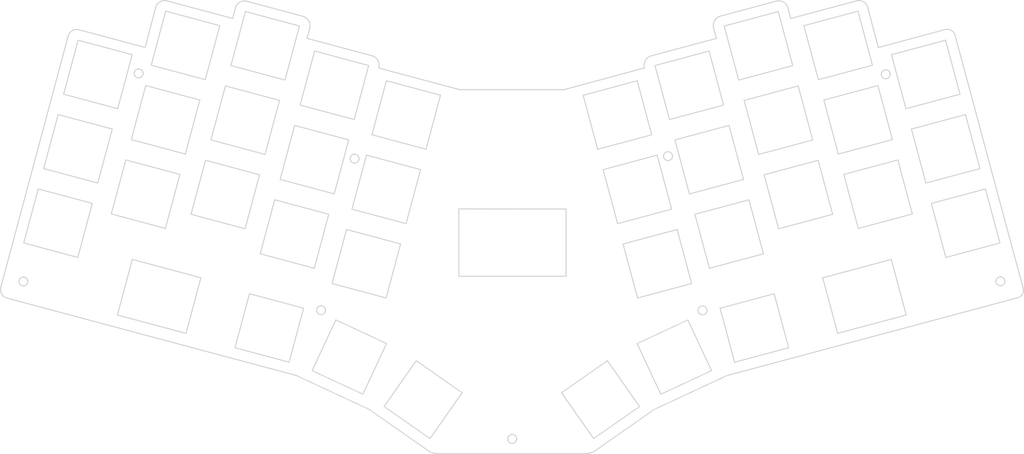
<source format=kicad_pcb>
(kicad_pcb (version 20171130) (host pcbnew "(5.1.10)-1")

  (general
    (thickness 1.6)
    (drawings 270)
    (tracks 0)
    (zones 0)
    (modules 0)
    (nets 1)
  )

  (page A4)
  (layers
    (0 F.Cu signal)
    (31 B.Cu signal)
    (32 B.Adhes user)
    (33 F.Adhes user)
    (34 B.Paste user)
    (35 F.Paste user)
    (36 B.SilkS user)
    (37 F.SilkS user)
    (38 B.Mask user)
    (39 F.Mask user)
    (40 Dwgs.User user)
    (41 Cmts.User user)
    (42 Eco1.User user)
    (43 Eco2.User user)
    (44 Edge.Cuts user)
    (45 Margin user)
    (46 B.CrtYd user)
    (47 F.CrtYd user)
    (48 B.Fab user)
    (49 F.Fab user)
  )

  (setup
    (last_trace_width 0.254)
    (trace_clearance 0.2)
    (zone_clearance 0.508)
    (zone_45_only no)
    (trace_min 0.2)
    (via_size 0.8)
    (via_drill 0.4)
    (via_min_size 0.4)
    (via_min_drill 0.3)
    (uvia_size 0.3)
    (uvia_drill 0.1)
    (uvias_allowed no)
    (uvia_min_size 0.2)
    (uvia_min_drill 0.1)
    (edge_width 0.05)
    (segment_width 0.2)
    (pcb_text_width 0.3)
    (pcb_text_size 1.5 1.5)
    (mod_edge_width 0.12)
    (mod_text_size 1 1)
    (mod_text_width 0.15)
    (pad_size 1.524 1.524)
    (pad_drill 0.762)
    (pad_to_mask_clearance 0)
    (aux_axis_origin 0 0)
    (visible_elements 7FFFFFFF)
    (pcbplotparams
      (layerselection 0x010fc_ffffffff)
      (usegerberextensions false)
      (usegerberattributes true)
      (usegerberadvancedattributes true)
      (creategerberjobfile true)
      (excludeedgelayer true)
      (linewidth 0.100000)
      (plotframeref false)
      (viasonmask false)
      (mode 1)
      (useauxorigin false)
      (hpglpennumber 1)
      (hpglpenspeed 20)
      (hpglpendiameter 15.000000)
      (psnegative false)
      (psa4output false)
      (plotreference true)
      (plotvalue true)
      (plotinvisibletext false)
      (padsonsilk false)
      (subtractmaskfromsilk false)
      (outputformat 1)
      (mirror false)
      (drillshape 0)
      (scaleselection 1)
      (outputdirectory "gerbers/"))
  )

  (net 0 "")

  (net_class Default "This is the default net class."
    (clearance 0.2)
    (trace_width 0.254)
    (via_dia 0.8)
    (via_drill 0.4)
    (uvia_dia 0.3)
    (uvia_drill 0.1)
  )

  (net_class Power ""
    (clearance 0.2)
    (trace_width 0.381)
    (via_dia 0.8)
    (via_drill 0.4)
    (uvia_dia 0.3)
    (uvia_drill 0.1)
  )

  (gr_curve (pts (xy 97.016244 47.692888) (xy 97.656059 47.8643) (xy 98.200765 48.284444) (xy 98.529049 48.859749)) (layer Edge.Cuts) (width 0.25))
  (gr_curve (pts (xy 39.242242 52.563261) (xy 39.550625 51.412765) (xy 40.733214 50.730036) (xy 41.883748 51.038275)) (layer Edge.Cuts) (width 0.25))
  (gr_line (start 183.011947 57.458653) (end 199.045903 53.16242) (layer Edge.Cuts) (width 0.25))
  (gr_line (start 24.93652 105.979183) (end 36.206497 63.88884) (layer Edge.Cuts) (width 0.25))
  (gr_line (start 271.9439 104.826023) (end 274.664418 114.803376) (layer Edge.Cuts) (width 0.25))
  (gr_curve (pts (xy 233.629234 43.896177) (xy 234.191317 43.74557) (xy 234.790236 43.825016) (xy 235.293615 44.116956)) (layer Edge.Cuts) (width 0.25))
  (gr_curve (pts (xy 213.794331 43.982246) (xy 214.398245 43.82043) (xy 215.041761 43.906228) (xy 215.582183 44.220616)) (layer Edge.Cuts) (width 0.25))
  (gr_curve (pts (xy 115.580474 58.606352) (xy 115.904121 59.180161) (xy 115.983219 59.860078) (xy 115.79994 60.49286)) (layer Edge.Cuts) (width 0.25))
  (gr_line (start 79.79036 48.25514) (end 80.461207 45.644316) (layer Edge.Cuts) (width 0.25))
  (gr_curve (pts (xy 80.461207 45.644316) (xy 80.612833 45.054213) (xy 80.994141 44.549249) (xy 81.520205 44.241892)) (layer Edge.Cuts) (width 0.25))
  (gr_line (start 201.621465 136.380443) (end 183.704303 144.737043) (layer Edge.Cuts) (width 0.25))
  (gr_line (start 217.351685 48.25768) (end 233.629234 43.896177) (layer Edge.Cuts) (width 0.25))
  (gr_line (start 183.704303 144.737043) (end 169.319378 154.809298) (layer Edge.Cuts) (width 0.25))
  (gr_curve (pts (xy 273.305086 117.175993) (xy 264.099795 119.642084) (xy 223.209801 130.596814) (xy 201.621465 136.380443)) (layer Edge.Cuts) (width 0.25))
  (gr_line (start 36.206497 63.88884) (end 39.242242 52.563261) (layer Edge.Cuts) (width 0.25))
  (gr_line (start 95.51804 136.377799) (end 24.177835 117.269973) (layer Edge.Cuts) (width 0.25))
  (gr_curve (pts (xy 255.383339 51.006704) (xy 256.463825 50.717187) (xy 257.574647 51.357452) (xy 257.865721 52.43752)) (layer Edge.Cuts) (width 0.25))
  (gr_line (start 127.820193 154.806563) (end 113.43774 144.734399) (layer Edge.Cuts) (width 0.25))
  (gr_line (start 236.311792 45.451954) (end 238.939137 55.41286) (layer Edge.Cuts) (width 0.25))
  (gr_curve (pts (xy 61.86104 44.136158) (xy 62.378283 43.836178) (xy 62.9937 43.754544) (xy 63.571264 43.909299)) (layer Edge.Cuts) (width 0.25))
  (gr_line (start 83.261915 44.007981) (end 97.016244 47.692888) (layer Edge.Cuts) (width 0.25))
  (gr_line (start 199.045903 53.16242) (end 198.350997 50.694794) (layer Edge.Cuts) (width 0.25))
  (gr_curve (pts (xy 114.079517 57.442649) (xy 114.715865 57.613133) (xy 115.256826 58.032544) (xy 115.580474 58.606352)) (layer Edge.Cuts) (width 0.25))
  (gr_line (start 200.079147 47.657172) (end 213.794331 43.982246) (layer Edge.Cuts) (width 0.25))
  (gr_line (start 115.79994 60.49286) (end 135.667823 65.81416) (layer Edge.Cuts) (width 0.25))
  (gr_line (start 261.288599 65.13852) (end 271.9439 104.826023) (layer Edge.Cuts) (width 0.25))
  (gr_curve (pts (xy 130.53132 155.66158) (xy 129.561287 155.661515) (xy 128.61476 155.363005) (xy 127.820193 154.806563)) (layer Edge.Cuts) (width 0.25))
  (gr_line (start 98.0936 53.15988) (end 114.079517 57.442649) (layer Edge.Cuts) (width 0.25))
  (gr_line (start 63.571264 43.909299) (end 79.79036 48.25514) (layer Edge.Cuts) (width 0.25))
  (gr_line (start 41.883748 51.038275) (end 58.2029 55.41032) (layer Edge.Cuts) (width 0.25))
  (gr_line (start 113.43774 144.734399) (end 95.51804 136.377799) (layer Edge.Cuts) (width 0.25))
  (gr_curve (pts (xy 24.177835 117.269973) (xy 23.61653 117.119632) (xy 23.137955 116.752436) (xy 22.847425 116.249189)) (layer Edge.Cuts) (width 0.25))
  (gr_curve (pts (xy 198.350997 50.694794) (xy 198.172991 50.062694) (xy 198.255575 49.385632) (xy 198.580301 48.814852)) (layer Edge.Cuts) (width 0.25))
  (gr_curve (pts (xy 235.293615 44.116956) (xy 235.796994 44.408894) (xy 236.16338 44.889289) (xy 236.311792 45.451954)) (layer Edge.Cuts) (width 0.25))
  (gr_curve (pts (xy 169.319378 154.809298) (xy 168.524772 155.365678) (xy 167.578214 155.664087) (xy 166.608185 155.664021)) (layer Edge.Cuts) (width 0.25))
  (gr_line (start 98.76401 50.755782) (end 98.0936 53.15988) (layer Edge.Cuts) (width 0.25))
  (gr_curve (pts (xy 98.529049 48.859749) (xy 98.857333 49.435055) (xy 98.941934 50.117746) (xy 98.76401 50.755782)) (layer Edge.Cuts) (width 0.25))
  (gr_curve (pts (xy 81.520205 44.241892) (xy 82.046269 43.934536) (xy 82.673398 43.850312) (xy 83.261915 44.007981)) (layer Edge.Cuts) (width 0.25))
  (gr_curve (pts (xy 60.814818 45.507927) (xy 60.967318 44.929764) (xy 61.343796 44.436139) (xy 61.86104 44.136158)) (layer Edge.Cuts) (width 0.25))
  (gr_line (start 22.628701 114.586615) (end 24.93652 105.979183) (layer Edge.Cuts) (width 0.25))
  (gr_line (start 166.608185 155.664021) (end 130.53132 155.66158) (layer Edge.Cuts) (width 0.25))
  (gr_line (start 216.673119 45.656964) (end 217.351685 48.25768) (layer Edge.Cuts) (width 0.25))
  (gr_line (start 58.2029 55.41032) (end 60.814818 45.507927) (layer Edge.Cuts) (width 0.25))
  (gr_line (start 257.865721 52.43752) (end 261.288599 65.13852) (layer Edge.Cuts) (width 0.25))
  (gr_curve (pts (xy 22.847425 116.249189) (xy 22.556894 115.745942) (xy 22.478215 115.147881) (xy 22.628701 114.586615)) (layer Edge.Cuts) (width 0.25))
  (gr_curve (pts (xy 274.664418 114.803376) (xy 274.946282 115.837113) (xy 274.337672 116.899359) (xy 273.305086 117.175993)) (layer Edge.Cuts) (width 0.25))
  (gr_curve (pts (xy 215.582183 44.220616) (xy 216.122606 44.535004) (xy 216.515275 45.052) (xy 216.673119 45.656964)) (layer Edge.Cuts) (width 0.25))
  (gr_curve (pts (xy 198.580301 48.814852) (xy 198.905026 48.244072) (xy 199.444836 47.827133) (xy 200.079147 47.657172)) (layer Edge.Cuts) (width 0.25))
  (gr_line (start 238.939137 55.41286) (end 255.383339 51.006704) (layer Edge.Cuts) (width 0.25))
  (gr_line (start 187.095716 81.135989) (end 187.095716 81.135989) (layer Edge.Cuts) (width 0.25))
  (gr_curve (pts (xy 55.838352 62.59246) (xy 56.152741 62.906849) (xy 56.625557 63.000898) (xy 57.036327 62.830752)) (layer Edge.Cuts) (width 0.25))
  (gr_curve (pts (xy 147.670232 151.584577) (xy 147.500085 151.995347) (xy 147.594134 152.468163) (xy 147.908524 152.782552)) (layer Edge.Cuts) (width 0.25))
  (gr_curve (pts (xy 57.036327 62.830752) (xy 57.447096 62.660606) (xy 57.714925 62.259772) (xy 57.714925 61.815158)) (layer Edge.Cuts) (width 0.25))
  (gr_curve (pts (xy 270.13487 113.10515) (xy 270.13487 112.813605) (xy 270.019055 112.534002) (xy 269.812902 112.327848)) (layer Edge.Cuts) (width 0.25))
  (gr_curve (pts (xy 269.456273 114.120744) (xy 269.867041 113.950598) (xy 270.13487 113.549764) (xy 270.13487 113.10515)) (layer Edge.Cuts) (width 0.25))
  (gr_curve (pts (xy 241.186332 63.050767) (xy 241.597101 62.880621) (xy 241.86493 62.479787) (xy 241.86493 62.035174)) (layer Edge.Cuts) (width 0.25))
  (gr_curve (pts (xy 268.020005 112.684477) (xy 267.84986 113.095247) (xy 267.943909 113.568063) (xy 268.258297 113.882452)) (layer Edge.Cuts) (width 0.25))
  (gr_curve (pts (xy 269.0356 112.005879) (xy 268.590986 112.005879) (xy 268.190152 112.273708) (xy 268.020005 112.684477)) (layer Edge.Cuts) (width 0.25))
  (gr_curve (pts (xy 110.935032 82.845114) (xy 110.935032 82.553569) (xy 110.819216 82.273966) (xy 110.613063 82.067812)) (layer Edge.Cuts) (width 0.25))
  (gr_curve (pts (xy 186.318414 83.012562) (xy 186.632803 83.326951) (xy 187.105619 83.421) (xy 187.516388 83.250854)) (layer Edge.Cuts) (width 0.25))
  (gr_curve (pts (xy 241.542961 61.257872) (xy 241.336808 61.051718) (xy 241.057204 60.935903) (xy 240.765659 60.935903)) (layer Edge.Cuts) (width 0.25))
  (gr_curve (pts (xy 240.765659 60.935903) (xy 240.321046 60.935903) (xy 239.920211 61.203731) (xy 239.750065 61.614501)) (layer Edge.Cuts) (width 0.25))
  (gr_curve (pts (xy 196.71516 120.295126) (xy 196.71516 119.688015) (xy 196.223 119.195855) (xy 195.615889 119.195855)) (layer Edge.Cuts) (width 0.25))
  (gr_line (start 55.01774 57.18832) (end 41.68782 53.61708) (layer Edge.Cuts) (width 0.25))
  (gr_line (start 109.835761 81.745843) (end 109.835761 81.745843) (layer Edge.Cuts) (width 0.25))
  (gr_curve (pts (xy 101.996354 121.260684) (xy 102.407123 121.090538) (xy 102.674952 120.689704) (xy 102.674952 120.24509)) (layer Edge.Cuts) (width 0.25))
  (gr_curve (pts (xy 110.613063 82.067812) (xy 110.40691 81.861659) (xy 110.127306 81.745843) (xy 109.835761 81.745843)) (layer Edge.Cuts) (width 0.25))
  (gr_curve (pts (xy 187.516388 83.250854) (xy 187.927158 83.080708) (xy 188.194986 82.679874) (xy 188.194986 82.23526)) (layer Edge.Cuts) (width 0.25))
  (gr_curve (pts (xy 188.194986 82.23526) (xy 188.194986 81.62815) (xy 187.702826 81.135989) (xy 187.095716 81.135989)) (layer Edge.Cuts) (width 0.25))
  (gr_curve (pts (xy 55.60006 61.394485) (xy 55.429914 61.805255) (xy 55.523963 62.278071) (xy 55.838352 62.59246)) (layer Edge.Cuts) (width 0.25))
  (gr_curve (pts (xy 28.195848 112.065823) (xy 27.588737 112.065823) (xy 27.096577 112.557984) (xy 27.096577 113.165094)) (layer Edge.Cuts) (width 0.25))
  (gr_curve (pts (xy 100.560087 119.824417) (xy 100.389941 120.235187) (xy 100.48399 120.708003) (xy 100.798379 121.022392)) (layer Edge.Cuts) (width 0.25))
  (gr_curve (pts (xy 29.295119 113.165094) (xy 29.295119 112.873549) (xy 29.179303 112.593946) (xy 28.97315 112.387792)) (layer Edge.Cuts) (width 0.25))
  (gr_curve (pts (xy 194.600295 119.874453) (xy 194.430149 120.285222) (xy 194.524198 120.758038) (xy 194.838587 121.072427)) (layer Edge.Cuts) (width 0.25))
  (gr_curve (pts (xy 28.195848 114.264365) (xy 28.802959 114.264365) (xy 29.295119 113.772205) (xy 29.295119 113.165094)) (layer Edge.Cuts) (width 0.25))
  (gr_curve (pts (xy 101.575681 119.145819) (xy 101.131067 119.145819) (xy 100.730233 119.413648) (xy 100.560087 119.824417)) (layer Edge.Cuts) (width 0.25))
  (gr_line (start 240.765659 60.935903) (end 240.765659 60.935903) (layer Edge.Cuts) (width 0.25))
  (gr_curve (pts (xy 110.256434 83.860708) (xy 110.667203 83.690562) (xy 110.935032 83.289728) (xy 110.935032 82.845114)) (layer Edge.Cuts) (width 0.25))
  (gr_curve (pts (xy 57.392956 61.037855) (xy 57.186803 60.831703) (xy 56.907199 60.715887) (xy 56.615654 60.715887)) (layer Edge.Cuts) (width 0.25))
  (gr_line (start 181.311623 60.44968) (end 181.311623 60.449678) (layer Edge.Cuts) (width 0.25))
  (gr_curve (pts (xy 241.86493 62.035174) (xy 241.86493 61.743629) (xy 241.749114 61.464025) (xy 241.542961 61.257872)) (layer Edge.Cuts) (width 0.25))
  (gr_curve (pts (xy 195.615889 119.195855) (xy 195.171276 119.195855) (xy 194.770441 119.463683) (xy 194.600295 119.874453)) (layer Edge.Cuts) (width 0.25))
  (gr_curve (pts (xy 239.988357 62.812475) (xy 240.302746 63.126865) (xy 240.775562 63.220914) (xy 241.186332 63.050767)) (layer Edge.Cuts) (width 0.25))
  (gr_curve (pts (xy 102.674952 120.24509) (xy 102.674952 119.953545) (xy 102.559136 119.673942) (xy 102.352983 119.467788)) (layer Edge.Cuts) (width 0.25))
  (gr_line (start 28.195848 112.065823) (end 28.195848 112.065823) (layer Edge.Cuts) (width 0.25))
  (gr_line (start 195.615889 119.195855) (end 195.615889 119.195855) (layer Edge.Cuts) (width 0.25))
  (gr_curve (pts (xy 186.080122 81.814587) (xy 185.909976 82.225357) (xy 186.004024 82.698173) (xy 186.318414 83.012562)) (layer Edge.Cuts) (width 0.25))
  (gr_curve (pts (xy 196.036562 121.310719) (xy 196.447331 121.140573) (xy 196.71516 120.739739) (xy 196.71516 120.295126)) (layer Edge.Cuts) (width 0.25))
  (gr_curve (pts (xy 194.838587 121.072427) (xy 195.152976 121.386817) (xy 195.625792 121.480866) (xy 196.036562 121.310719)) (layer Edge.Cuts) (width 0.25))
  (gr_line (start 161.466603 65.81924) (end 181.311623 60.44968) (layer Edge.Cuts) (width 0.25))
  (gr_line (start 135.667823 65.81416) (end 161.466603 65.81924) (layer Edge.Cuts) (width 0.25))
  (gr_curve (pts (xy 181.536459 58.598683) (xy 181.855989 58.036601) (xy 182.38742 57.625992) (xy 183.011947 57.458653)) (layer Edge.Cuts) (width 0.25))
  (gr_curve (pts (xy 149.463127 151.227948) (xy 149.256974 151.021795) (xy 148.97737 150.905979) (xy 148.685825 150.905979)) (layer Edge.Cuts) (width 0.25))
  (gr_curve (pts (xy 269.812902 112.327848) (xy 269.606749 112.121695) (xy 269.327144 112.005879) (xy 269.0356 112.005879)) (layer Edge.Cuts) (width 0.25))
  (gr_curve (pts (xy 268.258297 113.882452) (xy 268.572686 114.196841) (xy 269.045503 114.29089) (xy 269.456273 114.120744)) (layer Edge.Cuts) (width 0.25))
  (gr_curve (pts (xy 181.311623 60.449678) (xy 181.135949 59.827445) (xy 181.216929 59.160765) (xy 181.536459 58.598683)) (layer Edge.Cuts) (width 0.25))
  (gr_line (start 56.615654 60.715887) (end 56.615654 60.715887) (layer Edge.Cuts) (width 0.25))
  (gr_curve (pts (xy 56.615654 60.715887) (xy 56.17104 60.715887) (xy 55.770206 60.983715) (xy 55.60006 61.394485)) (layer Edge.Cuts) (width 0.25))
  (gr_curve (pts (xy 187.095716 81.135989) (xy 186.651102 81.135989) (xy 186.250268 81.403818) (xy 186.080122 81.814587)) (layer Edge.Cuts) (width 0.25))
  (gr_curve (pts (xy 27.096577 113.165094) (xy 27.096577 113.772205) (xy 27.588737 114.264365) (xy 28.195848 114.264365)) (layer Edge.Cuts) (width 0.25))
  (gr_curve (pts (xy 148.685825 150.905979) (xy 148.241212 150.905979) (xy 147.840378 151.173808) (xy 147.670232 151.584577)) (layer Edge.Cuts) (width 0.25))
  (gr_curve (pts (xy 28.97315 112.387792) (xy 28.766997 112.181639) (xy 28.487393 112.065823) (xy 28.195848 112.065823)) (layer Edge.Cuts) (width 0.25))
  (gr_curve (pts (xy 57.714925 61.815158) (xy 57.714925 61.523613) (xy 57.599109 61.24401) (xy 57.392956 61.037855)) (layer Edge.Cuts) (width 0.25))
  (gr_line (start 269.0356 112.005879) (end 269.0356 112.005879) (layer Edge.Cuts) (width 0.25))
  (gr_curve (pts (xy 109.058459 83.622416) (xy 109.372848 83.936805) (xy 109.845664 84.030854) (xy 110.256434 83.860708)) (layer Edge.Cuts) (width 0.25))
  (gr_curve (pts (xy 100.798379 121.022392) (xy 101.112768 121.336781) (xy 101.585584 121.43083) (xy 101.996354 121.260684)) (layer Edge.Cuts) (width 0.25))
  (gr_curve (pts (xy 102.352983 119.467788) (xy 102.14683 119.261635) (xy 101.867226 119.145819) (xy 101.575681 119.145819)) (layer Edge.Cuts) (width 0.25))
  (gr_curve (pts (xy 239.750065 61.614501) (xy 239.579919 62.02527) (xy 239.673968 62.498086) (xy 239.988357 62.812475)) (layer Edge.Cuts) (width 0.25))
  (gr_line (start 101.575681 119.145819) (end 101.575681 119.145819) (layer Edge.Cuts) (width 0.25))
  (gr_line (start 148.685825 150.905979) (end 148.685825 150.905979) (layer Edge.Cuts) (width 0.25))
  (gr_curve (pts (xy 149.785096 152.00525) (xy 149.785096 151.713705) (xy 149.669281 151.434102) (xy 149.463127 151.227948)) (layer Edge.Cuts) (width 0.25))
  (gr_curve (pts (xy 149.106498 153.020844) (xy 149.517268 152.850698) (xy 149.785096 152.449864) (xy 149.785096 152.00525)) (layer Edge.Cuts) (width 0.25))
  (gr_curve (pts (xy 147.908524 152.782552) (xy 148.222913 153.096941) (xy 148.695729 153.19099) (xy 149.106498 153.020844)) (layer Edge.Cuts) (width 0.25))
  (gr_line (start 96.2521 50.1195) (end 92.67832 63.44942) (layer Edge.Cuts) (width 0.25))
  (gr_line (start 224.1665 63.36306) (end 237.49642 59.79182) (layer Edge.Cuts) (width 0.25))
  (gr_line (start 33.1966 85.2985) (end 46.52652 88.86974) (layer Edge.Cuts) (width 0.25))
  (gr_line (start 131.014539 67.19846) (end 117.68462 63.62722) (layer Edge.Cuts) (width 0.25))
  (gr_line (start 50.1003 75.54236) (end 46.52652 88.86974) (layer Edge.Cuts) (width 0.25))
  (gr_line (start 91.33466 68.47354) (end 87.76088 81.80346) (layer Edge.Cuts) (width 0.25))
  (gr_line (start 219.19572 64.9023) (end 205.8658 68.47608) (layer Edge.Cuts) (width 0.25))
  (gr_line (start 114.11338 76.95714) (end 117.68462 63.62722) (layer Edge.Cuts) (width 0.25))
  (gr_line (start 109.19594 95.31118) (end 112.76718 81.98126) (layer Edge.Cuts) (width 0.25))
  (gr_line (start 74.43096 78.22968) (end 87.76088 81.80346) (layer Edge.Cuts) (width 0.25))
  (gr_line (start 245.75396 70.52078) (end 259.083879 66.94954) (layer Edge.Cuts) (width 0.25))
  (gr_line (start 224.1665 63.36306) (end 220.59526 50.03314) (layer Edge.Cuts) (width 0.25))
  (gr_line (start 214.27828 46.5508) (end 200.94836 50.12204) (layer Edge.Cuts) (width 0.25))
  (gr_line (start 255.51264 53.61962) (end 242.18272 57.19086) (layer Edge.Cuts) (width 0.25))
  (gr_line (start 233.92518 46.4619) (end 237.49642 59.79182) (layer Edge.Cuts) (width 0.25))
  (gr_line (start 229.08394 81.7171) (end 225.5127 68.38718) (layer Edge.Cuts) (width 0.25))
  (gr_line (start 126.0971 85.5525) (end 122.52586 98.88242) (layer Edge.Cuts) (width 0.25))
  (gr_line (start 174.67206 98.88496) (end 188.00198 95.31372) (layer Edge.Cuts) (width 0.25))
  (gr_line (start 209.43704 81.80346) (end 222.76696 78.23222) (layer Edge.Cuts) (width 0.25))
  (gr_line (start 245.75396 70.52078) (end 242.18272 57.19086) (layer Edge.Cuts) (width 0.25))
  (gr_line (start 219.19572 64.9023) (end 222.76696 78.23222) (layer Edge.Cuts) (width 0.25))
  (gr_curve (pts (xy 109.835761 81.745843) (xy 109.391147 81.745843) (xy 108.990313 82.013672) (xy 108.820167 82.424441)) (layer Edge.Cuts) (width 0.25))
  (gr_line (start 59.70404 59.78928) (end 73.03396 63.36306) (layer Edge.Cuts) (width 0.25))
  (gr_line (start 71.68776 68.38464) (end 58.35784 64.8134) (layer Edge.Cuts) (width 0.25))
  (gr_line (start 131.014539 67.19846) (end 127.4433 80.52838) (layer Edge.Cuts) (width 0.25))
  (gr_line (start 179.5133 63.62976) (end 166.18338 67.201) (layer Edge.Cuts) (width 0.25))
  (gr_line (start 169.75462 80.53092) (end 183.08454 76.95968) (layer Edge.Cuts) (width 0.25))
  (gr_line (start 229.08394 81.7171) (end 242.41386 78.14586) (layer Edge.Cuts) (width 0.25))
  (gr_line (start 174.67206 98.88496) (end 171.10082 85.55504) (layer Edge.Cuts) (width 0.25))
  (gr_line (start 192.3784 91.55198) (end 205.70832 87.98074) (layer Edge.Cuts) (width 0.25))
  (gr_line (start 96.2521 50.1195) (end 82.92218 46.54826) (layer Edge.Cuts) (width 0.25))
  (gr_line (start 204.5196 63.45196) (end 200.94836 50.12204) (layer Edge.Cuts) (width 0.25))
  (gr_line (start 233.92518 46.4619) (end 220.59526 50.03314) (layer Edge.Cuts) (width 0.25))
  (gr_line (start 126.0971 85.5525) (end 112.76718 81.98126) (layer Edge.Cuts) (width 0.25))
  (gr_line (start 202.13708 74.65082) (end 188.80716 78.22206) (layer Edge.Cuts) (width 0.25))
  (gr_line (start 33.1966 85.2985) (end 36.77038 71.96858) (layer Edge.Cuts) (width 0.25))
  (gr_line (start 59.70404 59.78928) (end 63.27528 46.45936) (layer Edge.Cuts) (width 0.25))
  (gr_line (start 202.13708 74.65082) (end 205.70832 87.98074) (layer Edge.Cuts) (width 0.25))
  (gr_line (start 192.3784 91.55198) (end 188.80716 78.22206) (layer Edge.Cuts) (width 0.25))
  (gr_line (start 209.43704 81.80346) (end 205.8658 68.47608) (layer Edge.Cuts) (width 0.25))
  (gr_line (start 74.43096 78.22968) (end 78.00474 64.89976) (layer Edge.Cuts) (width 0.25))
  (gr_curve (pts (xy 108.820167 82.424441) (xy 108.650021 82.835211) (xy 108.74407 83.308027) (xy 109.058459 83.622416)) (layer Edge.Cuts) (width 0.25))
  (gr_line (start 114.11338 76.95714) (end 127.4433 80.52838) (layer Edge.Cuts) (width 0.25))
  (gr_line (start 91.33466 68.47354) (end 78.00474 64.89976) (layer Edge.Cuts) (width 0.25))
  (gr_line (start 184.43074 81.9838) (end 171.10082 85.55504) (layer Edge.Cuts) (width 0.25))
  (gr_line (start 184.43074 81.9838) (end 188.00198 95.31372) (layer Edge.Cuts) (width 0.25))
  (gr_line (start 54.7866 78.14332) (end 68.11652 81.71456) (layer Edge.Cuts) (width 0.25))
  (gr_line (start 38.11404 66.947) (end 51.44396 70.51824) (layer Edge.Cuts) (width 0.25))
  (gr_line (start 79.35094 59.87818) (end 92.67832 63.44942) (layer Edge.Cuts) (width 0.25))
  (gr_line (start 179.5133 63.62976) (end 183.08454 76.95968) (layer Edge.Cuts) (width 0.25))
  (gr_line (start 71.68776 68.38464) (end 68.11652 81.71456) (layer Edge.Cuts) (width 0.25))
  (gr_line (start 54.7866 78.14332) (end 58.35784 64.8134) (layer Edge.Cuts) (width 0.25))
  (gr_line (start 238.84262 64.81594) (end 225.5127 68.38718) (layer Edge.Cuts) (width 0.25))
  (gr_line (start 169.75462 80.53092) (end 166.18338 67.201) (layer Edge.Cuts) (width 0.25))
  (gr_line (start 50.1003 75.54236) (end 36.77038 71.96858) (layer Edge.Cuts) (width 0.25))
  (gr_line (start 38.11404 66.947) (end 41.68782 53.61708) (layer Edge.Cuts) (width 0.25))
  (gr_line (start 255.51264 53.61962) (end 259.083879 66.94954) (layer Edge.Cuts) (width 0.25))
  (gr_line (start 55.01774 57.18832) (end 51.44396 70.51824) (layer Edge.Cuts) (width 0.25))
  (gr_line (start 76.6052 50.03314) (end 63.27528 46.45936) (layer Edge.Cuts) (width 0.25))
  (gr_line (start 204.5196 63.45196) (end 217.84952 59.88072) (layer Edge.Cuts) (width 0.25))
  (gr_line (start 109.19594 95.31118) (end 122.52586 98.88242) (layer Edge.Cuts) (width 0.25))
  (gr_line (start 76.6052 50.03314) (end 73.03396 63.36306) (layer Edge.Cuts) (width 0.25))
  (gr_line (start 79.35094 59.87818) (end 82.92218 46.54826) (layer Edge.Cuts) (width 0.25))
  (gr_line (start 214.27828 46.5508) (end 217.84952 59.88072) (layer Edge.Cuts) (width 0.25))
  (gr_line (start 197.21964 56.29678) (end 183.88972 59.87056) (layer Edge.Cuts) (width 0.25))
  (gr_line (start 185.3172 140.988) (end 179.48282 128.48104) (layer Edge.Cuts) (width 0.25))
  (gr_line (start 69.513519 96.58372) (end 73.0873 83.2538) (layer Edge.Cuts) (width 0.25))
  (gr_line (start 80.36186 129.51228) (end 93.69178 133.08352) (layer Edge.Cuts) (width 0.25))
  (gr_line (start 45.18286 93.89386) (end 31.85294 90.32262) (layer Edge.Cuts) (width 0.25))
  (gr_line (start 197.29584 109.90348) (end 193.7246 96.57356) (layer Edge.Cuts) (width 0.25))
  (gr_line (start 172.16254 132.7076) (end 180.07718 144.01314) (layer Edge.Cuts) (width 0.25))
  (gr_line (start 265.347519 90.32516) (end 268.91876 103.65508) (layer Edge.Cuts) (width 0.25))
  (gr_line (start 213.26736 116.1849) (end 216.8386 129.51482) (layer Edge.Cuts) (width 0.25))
  (gr_line (start 66.77032 86.73614) (end 53.4404 83.1649) (layer Edge.Cuts) (width 0.25))
  (gr_line (start 214.35448 100.1575) (end 210.78324 86.82758) (layer Edge.Cuts) (width 0.25))
  (gr_line (start 28.27916 103.65254) (end 41.60908 107.22378) (layer Edge.Cuts) (width 0.25))
  (gr_line (start 49.86916 96.49482) (end 53.4404 83.1649) (layer Edge.Cuts) (width 0.25))
  (gr_line (start 197.29584 109.90348) (end 210.62576 106.33224) (layer Edge.Cuts) (width 0.25))
  (gr_line (start 203.50868 133.08606) (end 216.8386 129.51482) (layer Edge.Cuts) (width 0.25))
  (gr_line (start 255.58884 107.22632) (end 252.0176 93.8964) (layer Edge.Cuts) (width 0.25))
  (gr_line (start 207.05452 93.00232) (end 210.62576 106.33224) (layer Edge.Cuts) (width 0.25))
  (gr_line (start 97.26302 119.7536) (end 93.69178 133.08352) (layer Edge.Cuts) (width 0.25))
  (gr_line (start 104.2785 113.66268) (end 117.60842 117.23392) (layer Edge.Cuts) (width 0.25))
  (gr_line (start 80.36186 129.51228) (end 83.9331 116.18236) (layer Edge.Cuts) (width 0.25))
  (gr_line (start 117.12328 144.0106) (end 125.03792 132.70506) (layer Edge.Cuts) (width 0.25))
  (gr_line (start 265.347519 90.32516) (end 252.0176 93.8964) (layer Edge.Cuts) (width 0.25))
  (gr_line (start 117.12328 144.0106) (end 128.42628 151.92524) (layer Edge.Cuts) (width 0.25))
  (gr_line (start 136.340919 140.62224) (end 128.42628 151.92524) (layer Edge.Cuts) (width 0.25))
  (gr_line (start 185.3172 140.988) (end 197.82416 135.15616) (layer Edge.Cuts) (width 0.25))
  (gr_line (start 168.77164 151.92778) (end 160.857 140.62478) (layer Edge.Cuts) (width 0.25))
  (gr_line (start 191.98978 122.6492) (end 197.82416 135.15616) (layer Edge.Cuts) (width 0.25))
  (gr_line (start 224.11316 83.25634) (end 227.6844 96.58626) (layer Edge.Cuts) (width 0.25))
  (gr_line (start 69.513519 96.58372) (end 82.84344 100.15496) (layer Edge.Cuts) (width 0.25))
  (gr_line (start 86.41722 86.82504) (end 82.84344 100.15496) (layer Edge.Cuts) (width 0.25))
  (gr_line (start 187.46096 73.19794) (end 183.88972 59.87056) (layer Edge.Cuts) (width 0.25))
  (gr_line (start 238.84262 64.81594) (end 242.41386 78.14586) (layer Edge.Cuts) (width 0.25))
  (gr_line (start 250.6714 88.87228) (end 247.10016 75.54236) (layer Edge.Cuts) (width 0.25))
  (gr_line (start 179.59204 117.23646) (end 176.01826 103.90654) (layer Edge.Cuts) (width 0.25))
  (gr_line (start 168.77164 151.92778) (end 180.07718 144.01314) (layer Edge.Cuts) (width 0.25))
  (gr_line (start 214.35448 100.1575) (end 227.6844 96.58626) (layer Edge.Cuts) (width 0.25))
  (gr_line (start 66.77032 86.73614) (end 63.19654 100.06606) (layer Edge.Cuts) (width 0.25))
  (gr_line (start 260.430079 71.97112) (end 247.10016 75.54236) (layer Edge.Cuts) (width 0.25))
  (gr_line (start 172.16254 132.7076) (end 160.857 140.62478) (layer Edge.Cuts) (width 0.25))
  (gr_line (start 203.50868 133.08606) (end 199.93744 119.75614) (layer Edge.Cuts) (width 0.25))
  (gr_line (start 136.340919 140.62224) (end 125.03792 132.70506) (layer Edge.Cuts) (width 0.25))
  (gr_line (start 28.27916 103.65254) (end 31.85294 90.32262) (layer Edge.Cuts) (width 0.25))
  (gr_line (start 45.18286 93.89386) (end 41.60908 107.22378) (layer Edge.Cuts) (width 0.25))
  (gr_line (start 234.00138 100.0686) (end 247.3313 96.49736) (layer Edge.Cuts) (width 0.25))
  (gr_line (start 255.58884 107.22632) (end 268.91876 103.65508) (layer Edge.Cuts) (width 0.25))
  (gr_line (start 97.26302 119.7536) (end 83.9331 116.18236) (layer Edge.Cuts) (width 0.25))
  (gr_line (start 191.98978 122.6492) (end 179.48282 128.48104) (layer Edge.Cuts) (width 0.25))
  (gr_line (start 250.6714 88.87228) (end 264.001319 85.30104) (layer Edge.Cuts) (width 0.25))
  (gr_line (start 213.26736 116.1849) (end 199.93744 119.75614) (layer Edge.Cuts) (width 0.25))
  (gr_line (start 260.430079 71.97112) (end 264.001319 85.30104) (layer Edge.Cuts) (width 0.25))
  (gr_line (start 189.34818 100.3353) (end 176.01826 103.90654) (layer Edge.Cuts) (width 0.25))
  (gr_line (start 49.86916 96.49482) (end 63.19654 100.06606) (layer Edge.Cuts) (width 0.25))
  (gr_line (start 86.41722 86.82504) (end 73.0873 83.2538) (layer Edge.Cuts) (width 0.25))
  (gr_line (start 104.2785 113.66268) (end 107.84974 100.33276) (layer Edge.Cuts) (width 0.25))
  (gr_line (start 234.00138 100.0686) (end 230.43014 86.73868) (layer Edge.Cuts) (width 0.25))
  (gr_line (start 187.46096 73.19794) (end 200.79088 69.6267) (layer Edge.Cuts) (width 0.25))
  (gr_line (start 243.76006 83.16744) (end 247.3313 96.49736) (layer Edge.Cuts) (width 0.25))
  (gr_line (start 121.17966 103.904) (end 107.84974 100.33276) (layer Edge.Cuts) (width 0.25))
  (gr_line (start 121.17966 103.904) (end 117.60842 117.23392) (layer Edge.Cuts) (width 0.25))
  (gr_line (start 179.59204 117.23646) (end 192.91942 113.66522) (layer Edge.Cuts) (width 0.25))
  (gr_line (start 243.76006 83.16744) (end 230.43014 86.73868) (layer Edge.Cuts) (width 0.25))
  (gr_line (start 207.05452 93.00232) (end 193.7246 96.57356) (layer Edge.Cuts) (width 0.25))
  (gr_line (start 189.34818 100.3353) (end 192.91942 113.66522) (layer Edge.Cuts) (width 0.25))
  (gr_line (start 224.11316 83.25634) (end 210.78324 86.82758) (layer Edge.Cuts) (width 0.25))
  (gr_line (start 245.82 121.43) (end 228.9163 125.96136) (layer Edge.Cuts) (width 0.25))
  (gr_line (start 103.47586 96.57356) (end 90.14594 92.99978) (layer Edge.Cuts) (width 0.25))
  (gr_line (start 86.57216 106.3297) (end 99.90208 109.90094) (layer Edge.Cuts) (width 0.25))
  (gr_line (start 161.9746 95.27816) (end 161.9746 111.87706) (layer Edge.Cuts) (width 0.25))
  (gr_line (start 86.57216 106.3297) (end 90.14594 92.99978) (layer Edge.Cuts) (width 0.25))
  (gr_line (start 103.47586 96.57356) (end 99.90208 109.90094) (layer Edge.Cuts) (width 0.25))
  (gr_line (start 99.3763 135.15362) (end 105.20814 122.64666) (layer Edge.Cuts) (width 0.25))
  (gr_line (start 117.7151 128.4785) (end 111.88326 140.98546) (layer Edge.Cuts) (width 0.25))
  (gr_line (start 108.3933 78.21952) (end 95.06338 74.64828) (layer Edge.Cuts) (width 0.25))
  (gr_line (start 91.4896 87.9782) (end 95.06338 74.64828) (layer Edge.Cuts) (width 0.25))
  (gr_line (start 96.40704 69.62416) (end 109.73696 73.19794) (layer Edge.Cuts) (width 0.25))
  (gr_line (start 113.31074 59.86802) (end 109.73696 73.19794) (layer Edge.Cuts) (width 0.25))
  (gr_line (start 135.53574 95.25276) (end 161.9746 95.27816) (layer Edge.Cuts) (width 0.25))
  (gr_line (start 55.05076 107.714) (end 51.37538 121.43254) (layer Edge.Cuts) (width 0.25))
  (gr_line (start 161.9746 111.87706) (end 135.53574 111.88976) (layer Edge.Cuts) (width 0.25))
  (gr_line (start 135.53574 95.25276) (end 135.53574 111.88976) (layer Edge.Cuts) (width 0.25))
  (gr_line (start 197.21964 56.29678) (end 200.79088 69.6267) (layer Edge.Cuts) (width 0.25))
  (gr_line (start 117.7151 128.4785) (end 105.20814 122.64666) (layer Edge.Cuts) (width 0.25))
  (gr_line (start 99.3763 135.15362) (end 111.88326 140.98546) (layer Edge.Cuts) (width 0.25))
  (gr_line (start 108.3933 78.21952) (end 104.81952 91.54944) (layer Edge.Cuts) (width 0.25))
  (gr_line (start 113.31074 59.86802) (end 99.98082 56.29424) (layer Edge.Cuts) (width 0.25))
  (gr_line (start 68.27908 125.96136) (end 71.95446 112.24536) (layer Edge.Cuts) (width 0.25))
  (gr_line (start 91.4896 87.9782) (end 104.81952 91.54944) (layer Edge.Cuts) (width 0.25))
  (gr_line (start 96.40704 69.62416) (end 99.98082 56.29424) (layer Edge.Cuts) (width 0.25))
  (gr_line (start 68.27908 125.96136) (end 51.37538 121.43254) (layer Edge.Cuts) (width 0.25))
  (gr_line (start 55.05076 107.714) (end 71.95446 112.24536) (layer Edge.Cuts) (width 0.25))
  (gr_line (start 225.24092 112.24536) (end 242.14462 107.714) (layer Edge.Cuts) (width 0.25))
  (gr_line (start 225.24092 112.24536) (end 228.9163 125.96136) (layer Edge.Cuts) (width 0.25))
  (gr_line (start 245.82 121.43) (end 242.14462 107.714) (layer Edge.Cuts) (width 0.25))

)

</source>
